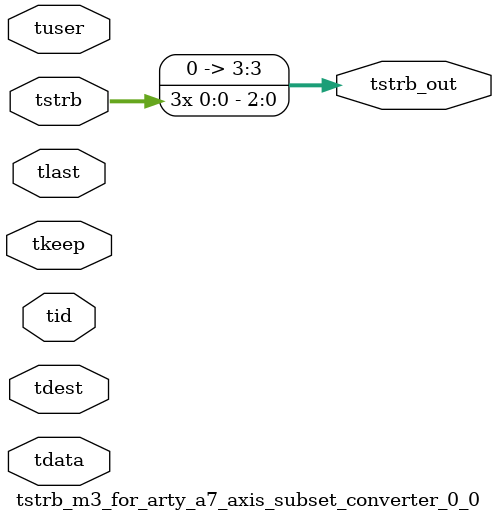
<source format=v>


`timescale 1ps/1ps

module tstrb_m3_for_arty_a7_axis_subset_converter_0_0 #
(
parameter C_S_AXIS_TDATA_WIDTH = 32,
parameter C_S_AXIS_TUSER_WIDTH = 0,
parameter C_S_AXIS_TID_WIDTH   = 0,
parameter C_S_AXIS_TDEST_WIDTH = 0,
parameter C_M_AXIS_TDATA_WIDTH = 32
)
(
input  [(C_S_AXIS_TDATA_WIDTH == 0 ? 1 : C_S_AXIS_TDATA_WIDTH)-1:0     ] tdata,
input  [(C_S_AXIS_TUSER_WIDTH == 0 ? 1 : C_S_AXIS_TUSER_WIDTH)-1:0     ] tuser,
input  [(C_S_AXIS_TID_WIDTH   == 0 ? 1 : C_S_AXIS_TID_WIDTH)-1:0       ] tid,
input  [(C_S_AXIS_TDEST_WIDTH == 0 ? 1 : C_S_AXIS_TDEST_WIDTH)-1:0     ] tdest,
input  [(C_S_AXIS_TDATA_WIDTH/8)-1:0 ] tkeep,
input  [(C_S_AXIS_TDATA_WIDTH/8)-1:0 ] tstrb,
input                                                                    tlast,
output [(C_M_AXIS_TDATA_WIDTH/8)-1:0 ] tstrb_out
);

assign tstrb_out = {tstrb[0:0],tstrb[0:0],tstrb[0:0]};

endmodule


</source>
